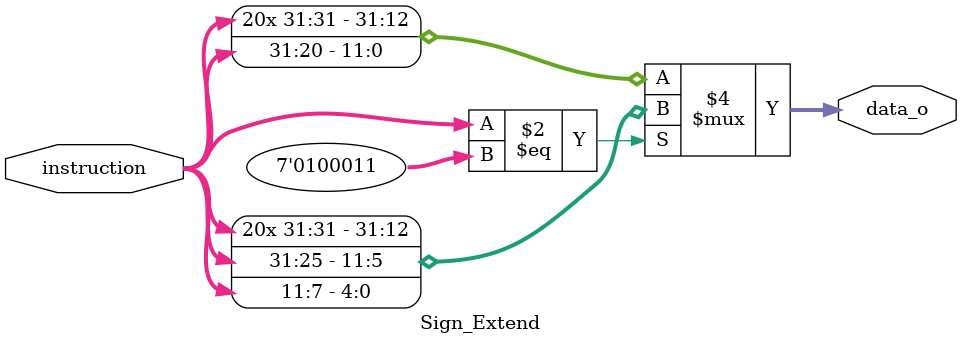
<source format=v>
module Sign_Extend(
    instruction     ,
    data_o     
);

input [31:0] instruction;
output reg [31:0] data_o;

always @(instruction) begin
	if (instruction == 7'b0100011) begin //s type
		data_o <= {{21{instruction[31]}},instruction[30:25],instruction[11:7]};	
	end
	else begin
		data_o <= {{21{instruction[31]}}, instruction[30:20]};
	end
end

endmodule

</source>
